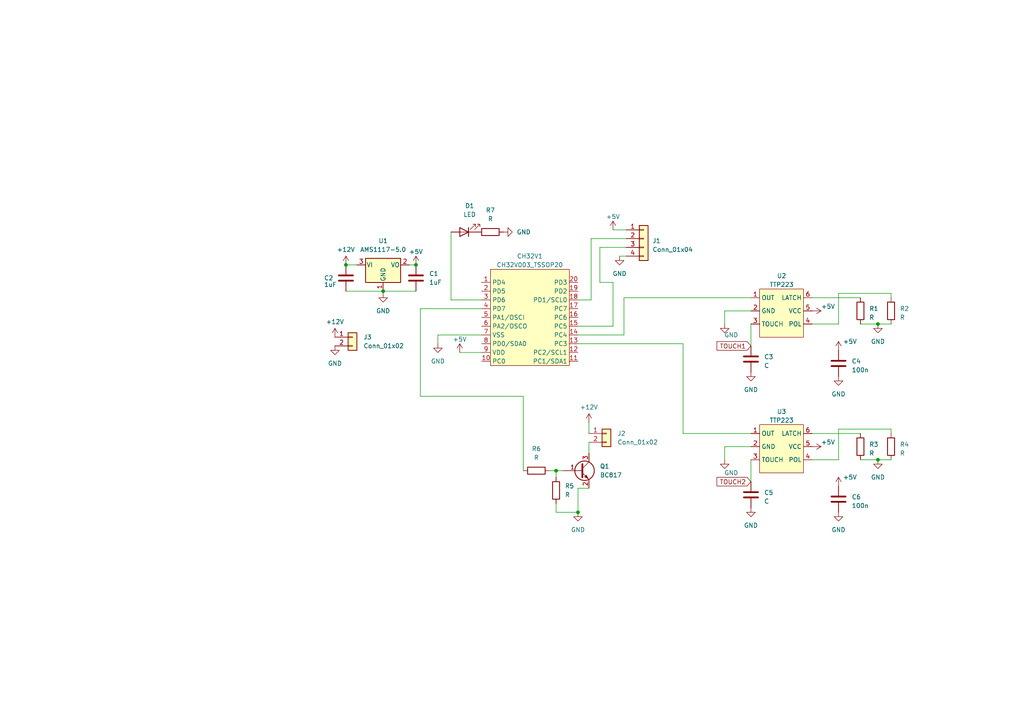
<source format=kicad_sch>
(kicad_sch (version 20230121) (generator eeschema)
  (paper "A4")
  (lib_symbols
    (symbol "Connector_Generic:Conn_01x02" (pin_names (offset 1.016) hide)
      (property "Reference" "J" (at 0 2.54 0))
      (property "Value" "Conn_01x02" (at 0 -5.08 0))
      (symbol "Conn_01x02_1_1"
        (rectangle (start -1.27 -2.413) (end 0 -2.667) (stroke (width 0.1524)))
        (rectangle (start -1.27 0.127) (end 0 -0.127) (stroke (width 0.1524)))
        (rectangle (start -1.27 1.27) (end 1.27 -3.81) (stroke (width 0.254)) (fill (type background)))
        (pin passive line (at -5.08 0 0) (length 3.81) (name "Pin_1") (number "1"))
        (pin passive line (at -5.08 -2.54 0) (length 3.81) (name "Pin_2") (number "2"))
      )
    )
    (symbol "Connector_Generic:Conn_01x04" (pin_names (offset 1.016) hide)
      (property "Reference" "J" (at 0 5.08 0))
      (property "Value" "Conn_01x04" (at 0 -7.62 0))
      (symbol "Conn_01x04_1_1"
        (rectangle (start -1.27 -4.953) (end 0 -5.207) (stroke (width 0.1524)))
        (rectangle (start -1.27 -2.413) (end 0 -2.667) (stroke (width 0.1524)))
        (rectangle (start -1.27 0.127) (end 0 -0.127) (stroke (width 0.1524)))
        (rectangle (start -1.27 2.667) (end 0 2.413) (stroke (width 0.1524)))
        (rectangle (start -1.27 3.81) (end 1.27 -6.35) (stroke (width 0.254)) (fill (type background)))
        (pin passive line (at -5.08 2.54 0) (length 3.81) (name "Pin_1") (number "1"))
        (pin passive line (at -5.08 0 0) (length 3.81) (name "Pin_2") (number "2"))
        (pin passive line (at -5.08 -2.54 0) (length 3.81) (name "Pin_3") (number "3"))
        (pin passive line (at -5.08 -5.08 0) (length 3.81) (name "Pin_4") (number "4"))
      )
    )
    (symbol "Device:C" (pin_numbers hide) (pin_names (offset 0.254))
      (property "Reference" "C" (at 0.635 2.54 0))
      (property "Value" "C" (at 0.635 -2.54 0))
      (symbol "C_0_1"
        (polyline (pts (xy -2.032 -0.762) (xy 2.032 -0.762)) (stroke (width 0.508)))
        (polyline (pts (xy -2.032 0.762) (xy 2.032 0.762)) (stroke (width 0.508)))
      )
      (symbol "C_1_1"
        (pin passive line (at 0 3.81 270) (length 2.794) (name "~") (number "1"))
        (pin passive line (at 0 -3.81 90) (length 2.794) (name "~") (number "2"))
      )
    )
    (symbol "Device:LED" (pin_numbers hide) (pin_names (offset 1.016) hide)
      (property "Reference" "D" (at 0 2.54 0))
      (property "Value" "LED" (at 0 -2.54 0))
      (symbol "LED_0_1"
        (polyline (pts (xy -1.27 -1.27) (xy -1.27 1.27)) (stroke (width 0.254)))
        (polyline (pts (xy -1.27 0) (xy 1.27 0)))
        (polyline (pts (xy 1.27 -1.27) (xy 1.27 1.27) (xy -1.27 0) (xy 1.27 -1.27)) (stroke (width 0.254)))
        (polyline (pts (xy -3.048 -0.762) (xy -4.572 -2.286) (xy -3.81 -2.286) (xy -4.572 -2.286) (xy -4.572 -1.524)))
        (polyline (pts (xy -1.778 -0.762) (xy -3.302 -2.286) (xy -2.54 -2.286) (xy -3.302 -2.286) (xy -3.302 -1.524)))
      )
      (symbol "LED_1_1"
        (pin passive line (at -3.81 0 0) (length 2.54) (name "K") (number "1"))
        (pin passive line (at 3.81 0 180) (length 2.54) (name "A") (number "2"))
      )
    )
    (symbol "Device:R" (pin_numbers hide) (pin_names (offset 0))
      (property "Reference" "R" (at 2.032 0 90))
      (property "Value" "R" (at 0 0 90))
      (symbol "R_0_1"
        (rectangle (start -1.016 -2.54) (end 1.016 2.54) (stroke (width 0.254)))
      )
      (symbol "R_1_1"
        (pin passive line (at 0 3.81 270) (length 1.27) (name "~") (number "1"))
        (pin passive line (at 0 -3.81 90) (length 1.27) (name "~") (number "2"))
      )
    )
    (symbol "GND_1" (power) (pin_names (offset 0))
      (property "Value" "GND_1" (at 0 -3.81 0))
      (symbol "GND_1_0_1"
        (polyline (pts (xy 0 0) (xy 0 -1.27) (xy 1.27 -1.27) (xy 0 -2.54) (xy -1.27 -1.27) (xy 0 -1.27)))
      )
      (symbol "GND_1_1_1"
        (pin power_in line (at 0 0 270) (length 0) hide (name "GND") (number "1"))
      )
    )
    (symbol "Larry_Library:CH32V003_TSSOP20"
      (property "Reference" "U" (at 0 0 0))
      (property "Value" "CH32V003_TSSOP20" (at -2.54 -2.54 0))
      (symbol "CH32V003_TSSOP20_0_1"
        (rectangle (start -13.97 -2.54) (end -13.97 -2.54))
        (rectangle (start -13.97 -1.27) (end 8.89 -29.21) (fill (type background)))
      )
      (symbol "CH32V003_TSSOP20_1_1"
        (pin bidirectional line (at -16.51 -5.08 0) (length 2.54) (name "PD4") (number "1"))
        (pin bidirectional line (at -16.51 -27.94 0) (length 2.54) (name "PC0") (number "10"))
        (pin bidirectional line (at 11.43 -27.94 180) (length 2.54) (name "PC1/SDA1") (number "11"))
        (pin bidirectional line (at 11.43 -25.4 180) (length 2.54) (name "PC2/SCL1") (number "12"))
        (pin bidirectional line (at 11.43 -22.86 180) (length 2.54) (name "PC3") (number "13"))
        (pin bidirectional line (at 11.43 -20.32 180) (length 2.54) (name "PC4") (number "14"))
        (pin bidirectional line (at 11.43 -17.78 180) (length 2.54) (name "PC5") (number "15"))
        (pin bidirectional line (at 11.43 -15.24 180) (length 2.54) (name "PC6") (number "16"))
        (pin bidirectional line (at 11.43 -12.7 180) (length 2.54) (name "PC7") (number "17"))
        (pin bidirectional line (at 11.43 -10.16 180) (length 2.54) (name "PD1/SCL0") (number "18"))
        (pin bidirectional line (at 11.43 -7.62 180) (length 2.54) (name "PD2") (number "19"))
        (pin bidirectional line (at -16.51 -7.62 0) (length 2.54) (name "PD5") (number "2"))
        (pin bidirectional line (at 11.43 -5.08 180) (length 2.54) (name "PD3") (number "20"))
        (pin bidirectional line (at -16.51 -10.16 0) (length 2.54) (name "PD6") (number "3"))
        (pin bidirectional line (at -16.51 -12.7 0) (length 2.54) (name "PD7") (number "4"))
        (pin bidirectional line (at -16.51 -15.24 0) (length 2.54) (name "PA1/OSCI") (number "5"))
        (pin bidirectional line (at -16.51 -17.78 0) (length 2.54) (name "PA2/OSCO") (number "6"))
        (pin power_in line (at -16.51 -20.32 0) (length 2.54) (name "VSS") (number "7"))
        (pin bidirectional line (at -16.51 -22.86 0) (length 2.54) (name "PD0/SDA0") (number "8"))
        (pin power_in line (at -16.51 -25.4 0) (length 2.54) (name "VDD") (number "9"))
      )
    )
    (symbol "Regulator_Linear:AMS1117-5.0" (pin_names (offset 0.254))
      (property "Reference" "U" (at -3.81 3.175 0))
      (property "Value" "AMS1117-5.0" (at 0 3.175 0))
      (symbol "AMS1117-5.0_0_1"
        (rectangle (start -5.08 -5.08) (end 5.08 1.905) (stroke (width 0.254)) (fill (type background)))
      )
      (symbol "AMS1117-5.0_1_1"
        (pin power_in line (at 0 -7.62 90) (length 2.54) (name "GND") (number "1"))
        (pin power_out line (at 7.62 0 180) (length 2.54) (name "VO") (number "2"))
        (pin power_in line (at -7.62 0 0) (length 2.54) (name "VI") (number "3"))
      )
    )
    (symbol "Touch:TTP223"
      (property "Reference" "U" (at 0 7.62 0))
      (property "Value" "TTP223" (at 0 5.08 0))
      (symbol "TTP223_1_1"
        (rectangle (start -6.35 2.54) (end 6.35 -11.43) (fill (type background)))
        (pin input line (at -8.89 0 0) (length 2.54) (name "OUT") (number "1"))
        (pin input line (at -8.89 -3.81 0) (length 2.54) (name "GND") (number "2"))
        (pin input line (at -8.89 -7.62 0) (length 2.54) (name "TOUCH") (number "3"))
        (pin input line (at 8.89 -7.62 180) (length 2.54) (name "POL") (number "4"))
        (pin input line (at 8.89 -3.81 180) (length 2.54) (name "VCC") (number "5"))
        (pin input line (at 8.89 0 180) (length 2.54) (name "LATCH") (number "6"))
      )
    )
    (symbol "Transistor_BJT:BC817" (pin_names (offset 0) hide)
      (property "Reference" "Q" (at 5.08 1.905 0))
      (property "Value" "BC817" (at 5.08 0 0))
      (symbol "BC817_0_1"
        (polyline (pts (xy 0.635 0.635) (xy 2.54 2.54)))
        (polyline (pts (xy 0.635 -0.635) (xy 2.54 -2.54) (xy 2.54 -2.54)))
        (polyline (pts (xy 0.635 1.905) (xy 0.635 -1.905) (xy 0.635 -1.905)) (stroke (width 0.508)))
        (polyline (pts (xy 1.27 -1.778) (xy 1.778 -1.27) (xy 2.286 -2.286) (xy 1.27 -1.778) (xy 1.27 -1.778)) (fill (type outline)))
        (circle (center 1.27 0) (radius 2.8194) (stroke (width 0.254)))
      )
      (symbol "BC817_1_1"
        (pin input line (at -5.08 0 0) (length 5.715) (name "B") (number "1"))
        (pin passive line (at 2.54 -5.08 90) (length 2.54) (name "E") (number "2"))
        (pin passive line (at 2.54 5.08 270) (length 2.54) (name "C") (number "3"))
      )
    )
    (symbol "power:+12V" (power) (pin_names (offset 0))
      (property "Value" "+12V" (at 0 3.556 0))
      (symbol "+12V_0_1"
        (polyline (pts (xy -0.762 1.27) (xy 0 2.54)))
        (polyline (pts (xy 0 0) (xy 0 2.54)))
        (polyline (pts (xy 0 2.54) (xy 0.762 1.27)))
      )
      (symbol "+12V_1_1"
        (pin power_in line (at 0 0 90) (length 0) hide (name "+12V") (number "1"))
      )
    )
    (symbol "power:+5V" (power) (pin_names (offset 0))
      (property "Value" "+5V" (at 0 3.556 0))
      (symbol "+5V_0_1"
        (polyline (pts (xy -0.762 1.27) (xy 0 2.54)))
        (polyline (pts (xy 0 0) (xy 0 2.54)))
        (polyline (pts (xy 0 2.54) (xy 0.762 1.27)))
      )
      (symbol "+5V_1_1"
        (pin power_in line (at 0 0 90) (length 0) hide (name "+5V") (number "1"))
      )
    )
    (symbol "power:GND" (power) (pin_names (offset 0))
      (property "Value" "GND" (at 0 -3.81 0))
      (symbol "GND_0_1"
        (polyline (pts (xy 0 0) (xy 0 -1.27) (xy 1.27 -1.27) (xy 0 -2.54) (xy -1.27 -1.27) (xy 0 -1.27)))
      )
      (symbol "GND_1_1"
        (pin power_in line (at 0 0 270) (length 0) hide (name "GND") (number "1"))
      )
    )
  )
  (junction (at 100.33 76.835))
  (junction (at 254.635 93.98))
  (junction (at 254.635 133.35))
  (junction (at 111.125 84.455))
  (junction (at 161.29 136.525))
  (junction (at 167.64 148.59))
  (junction (at 120.65 76.835))
  (wire (pts (xy 127 97.155) (xy 139.7 97.155)))
  (wire (pts (xy 173.99 71.755) (xy 181.61 71.755)))
  (wire (pts (xy 258.445 125.73) (xy 258.445 124.46)))
  (wire (pts (xy 254.635 93.98) (xy 258.445 93.98)))
  (wire (pts (xy 198.12 99.695) (xy 167.64 99.695)))
  (wire (pts (xy 249.555 93.98) (xy 254.635 93.98)))
  (wire (pts (xy 170.815 122.555) (xy 170.815 125.73)))
  (wire (pts (xy 210.185 133.35) (xy 210.185 129.54)))
  (wire (pts (xy 249.555 133.35) (xy 254.635 133.35)))
  (wire (pts (xy 130.81 67.31) (xy 130.81 86.995)))
  (wire (pts (xy 179.705 74.295) (xy 181.61 74.295)))
  (wire (pts (xy 111.125 85.09) (xy 111.125 84.455)))
  (wire (pts (xy 120.65 76.835) (xy 118.745 76.835)))
  (wire (pts (xy 198.12 125.73) (xy 198.12 99.695)))
  (wire (pts (xy 258.445 85.09) (xy 243.205 85.09)))
  (wire (pts (xy 161.29 138.43) (xy 161.29 136.525)))
  (wire (pts (xy 127 97.155) (xy 127 99.695)))
  (wire (pts (xy 180.975 86.36) (xy 180.975 97.155)))
  (wire (pts (xy 243.205 124.46) (xy 243.205 133.35)))
  (wire (pts (xy 177.8 81.915) (xy 173.99 81.915)))
  (wire (pts (xy 243.205 93.98) (xy 235.585 93.98)))
  (wire (pts (xy 235.585 86.36) (xy 249.555 86.36)))
  (wire (pts (xy 177.8 66.675) (xy 181.61 66.675)))
  (wire (pts (xy 210.185 129.54) (xy 217.805 129.54)))
  (wire (pts (xy 217.805 139.7) (xy 217.805 133.35)))
  (wire (pts (xy 171.45 86.995) (xy 167.64 86.995)))
  (wire (pts (xy 100.33 84.455) (xy 111.125 84.455)))
  (wire (pts (xy 167.64 141.605) (xy 167.64 148.59)))
  (wire (pts (xy 151.765 136.525) (xy 151.765 114.935)))
  (wire (pts (xy 243.205 133.35) (xy 235.585 133.35)))
  (wire (pts (xy 151.765 114.935) (xy 121.92 114.935)))
  (wire (pts (xy 254.635 133.35) (xy 258.445 133.35)))
  (wire (pts (xy 243.205 85.09) (xy 243.205 93.98)))
  (wire (pts (xy 159.385 136.525) (xy 161.29 136.525)))
  (wire (pts (xy 171.45 69.215) (xy 171.45 86.995)))
  (wire (pts (xy 161.29 136.525) (xy 163.195 136.525)))
  (wire (pts (xy 170.815 141.605) (xy 167.64 141.605)))
  (wire (pts (xy 235.585 125.73) (xy 249.555 125.73)))
  (wire (pts (xy 258.445 86.36) (xy 258.445 85.09)))
  (wire (pts (xy 170.815 128.27) (xy 170.815 131.445)))
  (wire (pts (xy 100.33 76.835) (xy 103.505 76.835)))
  (wire (pts (xy 111.125 84.455) (xy 120.65 84.455)))
  (wire (pts (xy 177.8 94.615) (xy 177.8 81.915)))
  (wire (pts (xy 210.185 93.98) (xy 210.185 90.17)))
  (wire (pts (xy 121.92 89.535) (xy 139.7 89.535)))
  (wire (pts (xy 133.35 102.235) (xy 139.7 102.235)))
  (wire (pts (xy 121.92 114.935) (xy 121.92 89.535)))
  (wire (pts (xy 181.61 69.215) (xy 171.45 69.215)))
  (wire (pts (xy 180.975 86.36) (xy 217.805 86.36)))
  (wire (pts (xy 130.81 86.995) (xy 139.7 86.995)))
  (wire (pts (xy 180.975 97.155) (xy 167.64 97.155)))
  (wire (pts (xy 258.445 124.46) (xy 243.205 124.46)))
  (wire (pts (xy 173.99 81.915) (xy 173.99 71.755)))
  (wire (pts (xy 161.29 148.59) (xy 167.64 148.59)))
  (wire (pts (xy 217.805 100.33) (xy 217.805 93.98)))
  (wire (pts (xy 198.12 125.73) (xy 217.805 125.73)))
  (wire (pts (xy 161.29 146.05) (xy 161.29 148.59)))
  (wire (pts (xy 167.64 94.615) (xy 177.8 94.615)))
  (wire (pts (xy 210.185 90.17) (xy 217.805 90.17)))
  (global_label "TOUCH2" (shape input) (at 217.805 139.7 180) (property "Intersheetrefs" "${INTERSHEET_REFS}" (effects hide)))
  (global_label "TOUCH1" (shape input) (at 217.805 100.33 180) (property "Intersheetrefs" "${INTERSHEET_REFS}" (effects hide)))
  (symbol (lib_id "Device:R") (at 161.29 142.24 0) (unit 1)
    (property "Reference" "R5" (at 163.83 140.97 0) (effects (justify left)))
    (property "Value" "R" (at 163.83 143.51 0) (effects (justify left)))
    (property "Footprint" "Resistor_SMD:R_0603_1608Metric" (effects hide))
  )
  (symbol (lib_id "power:GND") (at 97.155 100.33 0) (unit 1)
    (property "Reference" "#PWR023" (effects hide))
    (property "Value" "GND" (at 97.155 105.41 0))
  )
  (symbol (lib_id "Device:R") (at 258.445 90.17 0) (unit 1)
    (property "Reference" "R2" (at 260.985 89.535 0) (effects (justify left)))
    (property "Value" "R" (at 260.985 92.075 0) (effects (justify left)))
    (property "Footprint" "Resistor_SMD:R_0603_1608Metric" (effects hide))
  )
  (symbol (lib_id "power:GND") (at 127 99.695 0) (unit 1)
    (property "Reference" "#PWR01" (effects hide))
    (property "Value" "GND" (at 127 104.775 0))
  )
  (symbol (lib_id "power:GND") (at 111.125 85.09 0) (unit 1)
    (property "Reference" "#PWR04" (effects hide))
    (property "Value" "GND" (at 111.125 90.17 0))
  )
  (symbol (lib_id "Larry_Library:CH32V003_TSSOP20") (at 156.21 76.835 0) (unit 1)
    (property "Reference" "CH32V1" (at 153.67 74.295 0))
    (property "Value" "CH32V003_TSSOP20" (at 153.67 76.835 0))
    (property "Footprint" "Package_SO:TSSOP-20_4.4x6.5mm_P0.65mm" (effects hide))
  )
  (symbol (lib_id "power:GND") (at 179.705 74.295 0) (unit 1)
    (property "Reference" "#PWR07" (effects hide))
    (property "Value" "GND" (at 179.705 79.375 0))
  )
  (symbol (lib_id "power:+5V") (at 120.65 76.835 0) (unit 1)
    (property "Reference" "#PWR05" (effects hide))
    (property "Value" "+5V" (at 120.65 73.025 0))
  )
  (symbol (lib_id "power:+5V") (at 235.585 90.17 270) (unit 1)
    (property "Reference" "#PWR010" (effects hide))
    (property "Value" "+5V" (at 238.125 88.9 90) (effects (justify left)))
  )
  (symbol (lib_id "power:+12V") (at 100.33 76.835 0) (unit 1)
    (property "Reference" "#PWR06" (effects hide))
    (property "Value" "+12V" (at 100.33 72.39 0))
  )
  (symbol (lib_id "power:GND") (at 254.635 93.98 0) (unit 1)
    (property "Reference" "#PWR013" (effects hide))
    (property "Value" "GND" (at 254.635 99.06 0))
  )
  (symbol (lib_id "Device:C") (at 120.65 80.645 0) (unit 1)
    (property "Reference" "C1" (at 124.46 79.375 0) (effects (justify left)))
    (property "Value" "1uF" (at 124.46 81.915 0) (effects (justify left)))
    (property "Footprint" "Capacitor_SMD:C_0805_2012Metric" (effects hide))
  )
  (symbol (lib_id "Device:R") (at 249.555 90.17 0) (unit 1)
    (property "Reference" "R1" (at 252.095 89.535 0) (effects (justify left)))
    (property "Value" "R" (at 252.095 92.075 0) (effects (justify left)))
    (property "Footprint" "Resistor_SMD:R_0603_1608Metric" (effects hide))
  )
  (symbol (lib_id "power:+12V") (at 170.815 122.555 0) (unit 1)
    (property "Reference" "#PWR021" (effects hide))
    (property "Value" "+12V" (at 170.815 118.11 0))
  )
  (symbol (lib_id "Device:C") (at 243.205 105.41 0) (unit 1)
    (property "Reference" "C4" (at 247.015 104.775 0) (effects (justify left)))
    (property "Value" "100n" (at 247.015 107.315 0) (effects (justify left)))
    (property "Footprint" "Capacitor_SMD:C_0603_1608Metric" (effects hide))
  )
  (symbol (lib_id "Device:C") (at 100.33 80.645 0) (unit 1)
    (property "Reference" "C2" (at 93.98 80.645 0) (effects (justify left)))
    (property "Value" "1uF" (at 93.98 82.55 0) (effects (justify left)))
    (property "Footprint" "Capacitor_SMD:C_0805_2012Metric" (effects hide))
  )
  (symbol (lib_id "Device:R") (at 142.24 67.31 90) (unit 1)
    (property "Reference" "R7" (at 142.24 60.96 90))
    (property "Value" "R" (at 142.24 63.5 90))
    (property "Footprint" "Resistor_SMD:R_0603_1608Metric" (effects hide))
  )
  (symbol (lib_id "power:GND") (at 243.205 109.22 0) (unit 1)
    (property "Reference" "#PWR012" (effects hide))
    (property "Value" "GND" (at 243.205 114.3 0))
  )
  (symbol (lib_id "power:GND") (at 254.635 133.35 0) (unit 1)
    (property "Reference" "#PWR019" (effects hide))
    (property "Value" "GND" (at 254.635 138.43 0))
  )
  (symbol (lib_id "Device:C") (at 217.805 104.14 0) (unit 1)
    (property "Reference" "C3" (at 221.615 103.505 0) (effects (justify left)))
    (property "Value" "C" (at 221.615 106.045 0) (effects (justify left)))
    (property "Footprint" "Capacitor_SMD:C_0603_1608Metric" (effects hide))
  )
  (symbol (lib_id "power:GND") (at 210.185 133.35 0) (unit 1)
    (property "Reference" "#PWR014" (effects hide))
    (property "Value" "GND" (at 212.09 137.16 0))
  )
  (symbol (lib_id "Transistor_BJT:BC817") (at 168.275 136.525 0) (unit 1)
    (property "Reference" "Q1" (at 173.99 135.255 0) (effects (justify left)))
    (property "Value" "BC817" (at 173.99 137.795 0) (effects (justify left)))
    (property "Footprint" "Package_TO_SOT_SMD:SOT-23" (effects hide))
    (property "Datasheet" "https://www.onsemi.com/pub/Collateral/BC818-D.pdf" (effects hide))
  )
  (symbol (lib_id "Regulator_Linear:AMS1117-5.0") (at 111.125 76.835 0) (unit 1)
    (property "Reference" "U1" (at 111.125 69.85 0))
    (property "Value" "AMS1117-5.0" (at 111.125 72.39 0))
    (property "Footprint" "Package_TO_SOT_SMD:SOT-223-3_TabPin2" (effects hide))
    (property "Datasheet" "http://www.advanced-monolithic.com/pdf/ds1117.pdf" (effects hide))
  )
  (symbol (lib_id "Connector_Generic:Conn_01x02") (at 175.895 125.73 0) (unit 1)
    (property "Reference" "J2" (at 179.07 125.73 0) (effects (justify left)))
    (property "Value" "Conn_01x02" (at 179.07 128.27 0) (effects (justify left)))
    (property "Footprint" "Connector_PinHeader_2.54mm:PinHeader_1x02_P2.54mm_Vertical" (effects hide))
  )
  (symbol (lib_id "Device:R") (at 249.555 129.54 0) (unit 1)
    (property "Reference" "R3" (at 252.095 128.905 0) (effects (justify left)))
    (property "Value" "R" (at 252.095 131.445 0) (effects (justify left)))
    (property "Footprint" "Resistor_SMD:R_0603_1608Metric" (effects hide))
  )
  (symbol (lib_id "power:+5V") (at 243.205 101.6 0) (unit 1)
    (property "Reference" "#PWR011" (effects hide))
    (property "Value" "+5V" (at 244.475 99.06 0) (effects (justify left)))
  )
  (symbol (lib_id "Device:R") (at 155.575 136.525 90) (unit 1)
    (property "Reference" "R6" (at 155.575 130.175 90))
    (property "Value" "R" (at 155.575 132.715 90))
    (property "Footprint" "Resistor_SMD:R_0603_1608Metric" (effects hide))
  )
  (symbol (lib_id "power:+12V") (at 97.155 97.79 0) (unit 1)
    (property "Reference" "#PWR022" (effects hide))
    (property "Value" "+12V" (at 97.155 93.345 0))
  )
  (symbol (lib_id "Device:R") (at 258.445 129.54 0) (unit 1)
    (property "Reference" "R4" (at 260.985 128.905 0) (effects (justify left)))
    (property "Value" "R" (at 260.985 131.445 0) (effects (justify left)))
    (property "Footprint" "Resistor_SMD:R_0603_1608Metric" (effects hide))
  )
  (symbol (lib_id "Touch:TTP223") (at 226.695 86.36 0) (unit 1)
    (property "Reference" "U2" (at 226.695 80.01 0))
    (property "Value" "TTP223" (at 226.695 82.55 0))
    (property "Footprint" "Package_TO_SOT_SMD:SOT-23-6" (effects hide))
  )
  (symbol (lib_id "Connector_Generic:Conn_01x04") (at 186.69 69.215 0) (unit 1)
    (property "Reference" "J1" (at 189.23 69.85 0) (effects (justify left)))
    (property "Value" "Conn_01x04" (at 189.23 72.39 0) (effects (justify left)))
    (property "Footprint" "Connector_PinHeader_1.27mm:PinHeader_1x04_P1.27mm_Vertical" (effects hide))
  )
  (symbol (lib_id "Touch:TTP223") (at 226.695 125.73 0) (unit 1)
    (property "Reference" "U3" (at 226.695 119.38 0))
    (property "Value" "TTP223" (at 226.695 121.92 0))
    (property "Footprint" "Package_TO_SOT_SMD:SOT-23-6" (effects hide))
  )
  (symbol (lib_id "power:GND") (at 146.05 67.31 90) (unit 1)
    (property "Reference" "#PWR024" (effects hide))
    (property "Value" "GND" (at 149.86 67.31 90) (effects (justify right)))
  )
  (symbol (lib_id "power:GND") (at 243.205 148.59 0) (unit 1)
    (property "Reference" "#PWR018" (effects hide))
    (property "Value" "GND" (at 243.205 153.67 0))
  )
  (symbol (lib_id "power:GND") (at 217.805 107.95 0) (unit 1)
    (property "Reference" "#PWR09" (effects hide))
    (property "Value" "GND" (at 217.805 113.03 0))
  )
  (symbol (lib_id "power:GND") (at 210.185 93.98 0) (unit 1)
    (property "Reference" "#PWR08" (effects hide))
    (property "Value" "GND" (at 212.09 97.155 0))
  )
  (symbol (lib_id "Device:C") (at 243.205 144.78 0) (unit 1)
    (property "Reference" "C6" (at 247.015 144.145 0) (effects (justify left)))
    (property "Value" "100n" (at 247.015 146.685 0) (effects (justify left)))
    (property "Footprint" "Capacitor_SMD:C_0603_1608Metric" (effects hide))
  )
  (symbol (lib_id "Device:LED") (at 134.62 67.31 180) (unit 1)
    (property "Reference" "D1" (at 136.2075 59.69 0))
    (property "Value" "LED" (at 136.2075 62.23 0))
    (property "Footprint" "Diode_SMD:D_0805_2012Metric" (effects hide))
  )
  (symbol (lib_id "Device:C") (at 217.805 143.51 0) (unit 1)
    (property "Reference" "C5" (at 221.615 142.875 0) (effects (justify left)))
    (property "Value" "C" (at 221.615 145.415 0) (effects (justify left)))
    (property "Footprint" "Capacitor_SMD:C_0603_1608Metric" (effects hide))
  )
  (symbol (lib_id "power:+5V") (at 177.8 66.675 0) (unit 1)
    (property "Reference" "#PWR03" (effects hide))
    (property "Value" "+5V" (at 177.8 62.865 0))
  )
  (symbol (lib_id "Connector_Generic:Conn_01x02") (at 102.235 97.79 0) (unit 1)
    (property "Reference" "J3" (at 105.41 97.79 0) (effects (justify left)))
    (property "Value" "Conn_01x02" (at 105.41 100.33 0) (effects (justify left)))
    (property "Footprint" "Connector_PinHeader_2.54mm:PinHeader_1x02_P2.54mm_Vertical" (effects hide))
  )
  (symbol (lib_id "power:GND") (at 217.805 147.32 0) (unit 1)
    (property "Reference" "#PWR015" (effects hide))
    (property "Value" "GND" (at 217.805 152.4 0))
  )
  (symbol (lib_id "power:+5V") (at 243.205 140.97 0) (unit 1)
    (property "Reference" "#PWR017" (effects hide))
    (property "Value" "+5V" (at 244.475 138.43 0) (effects (justify left)))
  )
  (symbol (lib_id "power:+5V") (at 235.585 129.54 270) (unit 1)
    (property "Reference" "#PWR016" (effects hide))
    (property "Value" "+5V" (at 238.125 128.27 90) (effects (justify left)))
  )
  (symbol (lib_name "GND_1") (lib_id "power:GND") (at 167.64 148.59 0) (unit 1)
    (property "Reference" "#PWR020" (effects hide))
    (property "Value" "GND" (at 167.64 153.67 0))
  )
  (symbol (lib_id "power:+5V") (at 133.35 102.235 0) (unit 1)
    (property "Reference" "#PWR02" (effects hide))
    (property "Value" "+5V" (at 133.35 98.425 0))
  )
)
</source>
